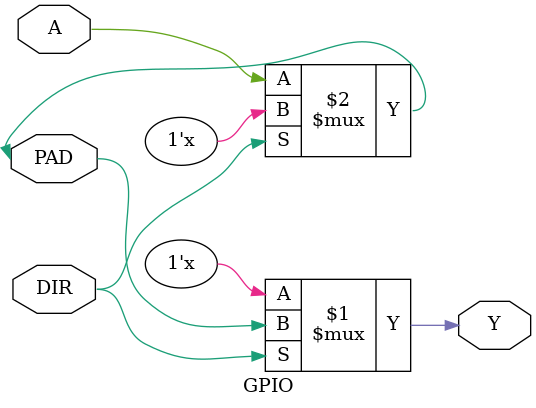
<source format=v>


// Verification Directory fv/GPIO 

module GPIO(A, Y, PAD, DIR);
  input A, DIR;
  output Y;
  inout PAD;
  wire A, DIR;
  wire Y;
  wire PAD;
  wire n_4;
  bufif1 g1 (Y, PAD, DIR);
  bufif1 g2 (PAD, A, n_4);
  not g3 (n_4, DIR);
endmodule


</source>
